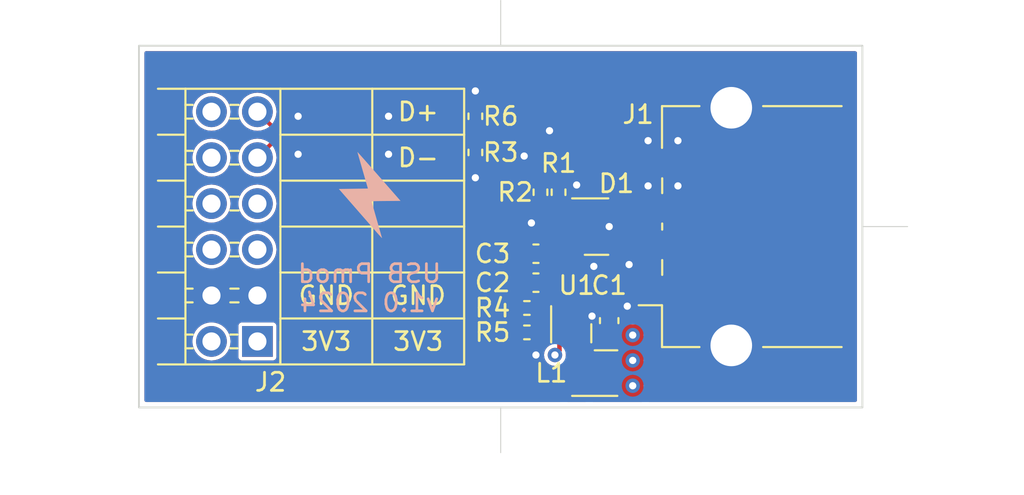
<source format=kicad_pcb>
(kicad_pcb (version 20240108) (generator "pcbnew") (generator_version "8.0")
  (title_block (title "USB Pmod (Host)") (date "2024-03-07") (rev "v1.0") (company "Spark Engineering"))
  (layers (0 "F.Cu" mixed) (1 "In1.Cu" power) (2 "In2.Cu" power) (31 "B.Cu" mixed) (34 "B.Paste" user) (35 "F.Paste" user) (36 "B.SilkS" user "B.Silkscreen") (37 "F.SilkS" user "F.Silkscreen") (38 "B.Mask" user) (39 "F.Mask" user) (44 "Edge.Cuts" user))
  (net 0 "")
  (net 1 "GND")
  (net 2 "+3V3")
  (net 3 "VBUS")
  (net 4 "/CONN_D-")
  (net 5 "/CONN_D+")
  (net 11 "Net-(U1-SW)")
  (net 12 "/USB_D+")
  (net 13 "/USB_D-")
  (net 14 "Net-(U1-FB)")
  (footprint "Capacitor_SMD:C_0603_1608Metric" (layer "F.Cu") (at 141.3 113.9 90)
    (property "Reference" "C1" (at 1.95 0 180) (layer "F.SilkS"))
    (property "Value" "10µF")
    (fp_line (start -0.14058 -0.51) (end 0.14058 -0.51) (stroke (width 0.12)) (layer "F.SilkS"))
    (fp_line (start -0.14058 0.51) (end 0.14058 0.51) (stroke (width 0.12)) (layer "F.SilkS"))
    (pad "1" smd roundrect (at -0.775 0 90) (size 0.9 0.95) (layers "F.Cu" "F.Paste" "F.Mask") (net 2 "+3V3"))
    (pad "2" smd roundrect (at 0.775 0 90) (size 0.9 0.95) (layers "F.Cu" "F.Paste" "F.Mask") (net 1 "GND"))
  )
  (footprint "host-usb-pmod:PinHeader_2x06_P2.54mm_Horizontal" (layer "F.Cu") (at 121.85 115.05 180)
    (property "Reference" "J2" (at -0.725 -2.25 0) (layer "F.SilkS"))
    (property "Value" "Conn_02x06_Odd_Even")
    (fp_line (start 5.5 -1.27) (end 3.98 -1.27) (stroke (width 0.12)) (layer "F.SilkS"))
    (fp_line (start 3.98 13.97) (end 5.5 13.97) (stroke (width 0.12)) (layer "F.SilkS"))
    (fp_line (start 3.98 11.43) (end 5.5 11.43) (stroke (width 0.12)) (layer "F.SilkS"))
    (fp_line (start 3.98 8.89) (end 5.5 8.89) (stroke (width 0.12)) (layer "F.SilkS"))
    (fp_line (start 3.98 6.35) (end 5.5 6.35) (stroke (width 0.12)) (layer "F.SilkS"))
    (fp_line (start 3.98 3.81) (end 5.5 3.81) (stroke (width 0.12)) (layer "F.SilkS"))
    (fp_line (start 3.98 1.27) (end 5.5 1.27) (stroke (width 0.12)) (layer "F.SilkS"))
    (fp_line (start 3.98 -1.27) (end 3.98 13.97) (stroke (width 0.12)) (layer "F.SilkS"))
    (fp_line (start 3.582929 13.08) (end 3.98 13.08) (stroke (width 0.12)) (layer "F.SilkS"))
    (fp_line (start 3.582929 12.32) (end 3.98 12.32) (stroke (width 0.12)) (layer "F.SilkS"))
    (fp_line (start 3.582929 10.54) (end 3.98 10.54) (stroke (width 0.12)) (layer "F.SilkS"))
    (fp_line (start 3.582929 9.78) (end 3.98 9.78) (stroke (width 0.12)) (layer "F.SilkS"))
    (fp_line (start 3.582929 8) (end 3.98 8) (stroke (width 0.12)) (layer "F.SilkS"))
    (fp_line (start 3.582929 7.24) (end 3.98 7.24) (stroke (width 0.12)) (layer "F.SilkS"))
    (fp_line (start 3.582929 5.46) (end 3.98 5.46) (stroke (width 0.12)) (layer "F.SilkS"))
    (fp_line (start 3.582929 4.7) (end 3.98 4.7) (stroke (width 0.12)) (layer "F.SilkS"))
    (fp_line (start 3.582929 2.92) (end 3.98 2.92) (stroke (width 0.12)) (layer "F.SilkS"))
    (fp_line (start 3.582929 2.16) (end 3.98 2.16) (stroke (width 0.12)) (layer "F.SilkS"))
    (fp_line (start 3.582929 0.38) (end 3.98 0.38) (stroke (width 0.12)) (layer "F.SilkS"))
    (fp_line (start 3.582929 -0.38) (end 3.98 -0.38) (stroke (width 0.12)) (layer "F.SilkS"))
    (fp_line (start 1.11 0.38) (end 1.497071 0.38) (stroke (width 0.12)) (layer "F.SilkS"))
    (fp_line (start 1.11 -0.38) (end 1.497071 -0.38) (stroke (width 0.12)) (layer "F.SilkS"))
    (fp_line (start 1.042929 13.08) (end 1.497071 13.08) (stroke (width 0.12)) (layer "F.SilkS"))
    (fp_line (start 1.042929 12.32) (end 1.497071 12.32) (stroke (width 0.12)) (layer "F.SilkS"))
    (fp_line (start 1.042929 10.54) (end 1.497071 10.54) (stroke (width 0.12)) (layer "F.SilkS"))
    (fp_line (start 1.042929 9.78) (end 1.497071 9.78) (stroke (width 0.12)) (layer "F.SilkS"))
    (fp_line (start 1.042929 8) (end 1.497071 8) (stroke (width 0.12)) (layer "F.SilkS"))
    (fp_line (start 1.042929 7.24) (end 1.497071 7.24) (stroke (width 0.12)) (layer "F.SilkS"))
    (fp_line (start 1.042929 5.46) (end 1.497071 5.46) (stroke (width 0.12)) (layer "F.SilkS"))
    (fp_line (start 1.042929 4.7) (end 1.497071 4.7) (stroke (width 0.12)) (layer "F.SilkS"))
    (fp_line (start 1.042929 2.92) (end 1.497071 2.92) (stroke (width 0.12)) (layer "F.SilkS"))
    (fp_line (start 1.042929 2.16) (end 1.497071 2.16) (stroke (width 0.12)) (layer "F.SilkS"))
    (fp_line (start -1.27 0) (end -1.27 -1.27) (stroke (width 0.12)) (layer "F.SilkS"))
    (pad "1" thru_hole rect (at 0 0 180) (size 1.7 1.7) (drill 1) (layers "*.Cu" "*.Mask") (net 2 "+3V3"))
    (pad "2" thru_hole oval (at 2.54 0 180) (size 1.7 1.7) (drill 1) (layers "*.Cu" "*.Mask") (net 2 "+3V3"))
    (pad "3" thru_hole oval (at 0 2.54 180) (size 1.7 1.7) (drill 1) (layers "*.Cu" "*.Mask") (net 1 "GND"))
    (pad "4" thru_hole oval (at 2.54 2.54 180) (size 1.7 1.7) (drill 1) (layers "*.Cu" "*.Mask") (net 1 "GND"))
    (pad "5" thru_hole oval (at 0 5.08 180) (size 1.7 1.7) (drill 1) (layers "*.Cu" "*.Mask"))
    (pad "6" thru_hole oval (at 2.54 5.08 180) (size 1.7 1.7) (drill 1) (layers "*.Cu" "*.Mask"))
    (pad "7" thru_hole oval (at 0 7.62 180) (size 1.7 1.7) (drill 1) (layers "*.Cu" "*.Mask"))
    (pad "8" thru_hole oval (at 2.54 7.62 180) (size 1.7 1.7) (drill 1) (layers "*.Cu" "*.Mask"))
    (pad "9" thru_hole oval (at 0 10.16 180) (size 1.7 1.7) (drill 1) (layers "*.Cu" "*.Mask") (net 13 "/USB_D-"))
    (pad "10" thru_hole oval (at 2.54 10.16 180) (size 1.7 1.7) (drill 1) (layers "*.Cu" "*.Mask"))
    (pad "11" thru_hole oval (at 0 12.7 180) (size 1.7 1.7) (drill 1) (layers "*.Cu" "*.Mask") (net 12 "/USB_D+"))
    (pad "12" thru_hole oval (at 2.54 12.7 180) (size 1.7 1.7) (drill 1) (layers "*.Cu" "*.Mask"))
  )
  (footprint "Resistor_SMD:R_0402_1005Metric" (layer "F.Cu") (at 136.75 113.2 180)
    (property "Reference" "R4" (at 1.9 0 0) (layer "F.SilkS"))
    (property "Value" "1MΩ")
    (fp_line (start -0.153641 0.38) (end 0.153641 0.38) (stroke (width 0.12)) (layer "F.SilkS"))
    (fp_line (start -0.153641 -0.38) (end 0.153641 -0.38) (stroke (width 0.12)) (layer "F.SilkS"))
    (pad "1" smd roundrect (at -0.51 0 180) (size 0.54 0.64) (layers "F.Cu" "F.Paste" "F.Mask") (net 3 "VBUS"))
    (pad "2" smd roundrect (at 0.51 0 180) (size 0.54 0.64) (layers "F.Cu" "F.Paste" "F.Mask") (net 14 "Net-(U1-FB)"))
  )
  (footprint "host-usb-pmod:USB_A_TE_292303-7_Horizontal" (layer "F.Cu") (at 150.75 108.7 90)
    (property "Reference" "J1" (at 6.2 -7.85 180) (layer "F.SilkS"))
    (property "Value" "USB_A")
    (fp_line (start -4.35 -7.82) (end -4.35 -6.53) (stroke (width 0.12)) (layer "F.SilkS"))
    (fp_line (start 6.66 -6.53) (end 6.66 -4.46) (stroke (width 0.12)) (layer "F.SilkS"))
    (fp_line (start 4.35 -6.53) (end 6.66 -6.53) (stroke (width 0.12)) (layer "F.SilkS"))
    (fp_line (start -6.66 -6.53) (end -4.35 -6.53) (stroke (width 0.12)) (layer "F.SilkS"))
    (fp_line (start -6.66 -6.53) (end -6.66 -4.46) (stroke (width 0.12)) (layer "F.SilkS"))
    (fp_line (start 1.85 -6.52) (end 2.67 -6.52) (stroke (width 0.12)) (layer "F.SilkS"))
    (fp_line (start -0.17 -6.52) (end 0.17 -6.52) (stroke (width 0.12)) (layer "F.SilkS"))
    (fp_line (start -2.67 -6.52) (end -1.85 -6.52) (stroke (width 0.12)) (layer "F.SilkS"))
    (fp_line (start 6.66 -0.94) (end 6.66 3.4) (stroke (width 0.12)) (layer "F.SilkS"))
    (fp_line (start -6.66 3.4) (end -6.66 -0.94) (stroke (width 0.12)) (layer "F.SilkS"))
    (pad "1" smd rect (at -3.5 -6.38 90) (size 1.25 3) (layers "F.Cu" "F.Paste" "F.Mask") (net 3 "VBUS"))
    (pad "2" smd rect (at -1 -6.38 90) (size 1.25 3) (layers "F.Cu" "F.Paste" "F.Mask") (net 4 "/CONN_D-"))
    (pad "3" smd rect (at 1 -6.38 90) (size 1.25 3) (layers "F.Cu" "F.Paste" "F.Mask") (net 5 "/CONN_D+"))
    (pad "4" smd rect (at 3.5 -6.38 90) (size 1.25 3) (layers "F.Cu" "F.Paste" "F.Mask") (net 1 "GND"))
    (pad "5" thru_hole circle (at -6.57 -2.7 90) (size 3 3) (drill 2.3) (layers "*.Cu" "*.Mask") (net 1 "GND"))
    (pad "5" thru_hole circle (at 6.57 -2.7 90) (size 3 3) (drill 2.3) (layers "*.Cu" "*.Mask") (net 1 "GND"))
  )
  (footprint "Package_SON:WSON-6-1EP_2x2mm_P0.65mm_EP1x1.6mm" (layer "F.Cu") (at 139.2 114.1 -90)
    (property "Reference" "U1" (at -2.15 -0.3 180) (layer "F.SilkS"))
    (property "Value" "TPS61099DRV")
    (fp_line (start -1 1.11) (end 1 1.11) (stroke (width 0.12)) (layer "F.SilkS"))
    (fp_line (start 0 -1.11) (end 1 -1.11) (stroke (width 0.12)) (layer "F.SilkS"))
    (pad "1" smd roundrect (at -0.8875 -0.65 270) (size 0.375 0.4) (layers "F.Cu" "F.Paste" "F.Mask") (net 1 "GND"))
    (pad "2" smd roundrect (at -0.8875 0 270) (size 0.375 0.4) (layers "F.Cu" "F.Paste" "F.Mask") (net 3 "VBUS"))
    (pad "3" smd roundrect (at -0.8875 0.65 270) (size 0.375 0.4) (layers "F.Cu" "F.Paste" "F.Mask") (net 14 "Net-(U1-FB)"))
    (pad "4" smd roundrect (at 0.8875 0.65 270) (size 0.375 0.4) (layers "F.Cu" "F.Paste" "F.Mask") (net 2 "+3V3"))
    (pad "5" smd roundrect (at 0.8875 0 270) (size 0.375 0.4) (layers "F.Cu" "F.Paste" "F.Mask") (net 11 "Net-(U1-SW)"))
    (pad "6" smd roundrect (at 0.8875 -0.65 270) (size 0.375 0.4) (layers "F.Cu" "F.Paste" "F.Mask") (net 2 "+3V3"))
    (pad "7" smd rect (at 0 0 270) (size 1 1.6) (layers "F.Cu" "F.Mask") (net 1 "GND"))
  )
  (footprint "Resistor_SMD:R_0402_1005Metric" (layer "F.Cu") (at 133.9 102.6 90)
    (property "Reference" "R6" (at 0 1.4 180) (layer "F.SilkS"))
    (property "Value" "15kΩ")
    (fp_line (start -0.153641 -0.38) (end 0.153641 -0.38) (stroke (width 0.12)) (layer "F.SilkS"))
    (fp_line (start -0.153641 0.38) (end 0.153641 0.38) (stroke (width 0.12)) (layer "F.SilkS"))
    (pad "1" smd roundrect (at -0.51 0 90) (size 0.54 0.64) (layers "F.Cu" "F.Paste" "F.Mask") (net 12 "/USB_D+"))
    (pad "2" smd roundrect (at 0.51 0 90) (size 0.54 0.64) (layers "F.Cu" "F.Paste" "F.Mask") (net 1 "GND"))
  )
  (footprint "Inductor_SMD_Wurth:L_Wurth_WE-LQSH-2512" (layer "F.Cu") (at 140.5 116.8)
    (property "Reference" "L1" (at -2.4 0 0) (layer "F.SilkS"))
    (property "Value" "2.2µH")
    (fp_line (start -1.25 1.26) (end 1.25 1.26) (stroke (width 0.12)) (layer "F.SilkS"))
    (fp_line (start 0 -1.26) (end 1.25 -1.26) (stroke (width 0.12)) (layer "F.SilkS"))
    (pad "1" smd rect (at -0.875 0) (size 0.95 2) (layers "F.Cu" "F.Paste" "F.Mask") (net 11 "Net-(U1-SW)"))
    (pad "2" smd rect (at 0.875 0) (size 0.95 2) (layers "F.Cu" "F.Paste" "F.Mask") (net 2 "+3V3"))
  )
  (footprint "Package_TO_SOT_SMD:SOT-143" (layer "F.Cu") (at 140.6 108.7)
    (property "Reference" "D1" (at 1.1 -2.38 0) (layer "F.SilkS"))
    (property "Value" "SP0503BAHT")
    (fp_line (start -0.65 1.56) (end 0.65 1.56) (stroke (width 0.12)) (layer "F.SilkS"))
    (fp_line (start 0.65 -1.56) (end -1.35 -1.56) (stroke (width 0.12)) (layer "F.SilkS"))
    (pad "1" smd rect (at -1 -0.75) (size 0.7 1) (layers "F.Cu" "F.Paste" "F.Mask") (net 1 "GND"))
    (pad "2" smd rect (at -1 0.95) (size 0.7 0.6) (layers "F.Cu" "F.Paste" "F.Mask") (net 3 "VBUS"))
    (pad "3" smd rect (at 1 0.95) (size 0.7 0.6) (layers "F.Cu" "F.Paste" "F.Mask") (net 4 "/CONN_D-"))
    (pad "4" smd rect (at 1 -0.95) (size 0.7 0.6) (layers "F.Cu" "F.Paste" "F.Mask") (net 5 "/CONN_D+"))
  )
  (footprint "Resistor_SMD:R_0402_1005Metric" (layer "F.Cu") (at 133.9 104.6 -90)
    (property "Reference" "R3" (at 0 -1.4 180) (layer "F.SilkS"))
    (property "Value" "15kΩ")
    (fp_line (start -0.153641 0.38) (end 0.153641 0.38) (stroke (width 0.12)) (layer "F.SilkS"))
    (fp_line (start -0.153641 -0.38) (end 0.153641 -0.38) (stroke (width 0.12)) (layer "F.SilkS"))
    (pad "1" smd roundrect (at -0.51 0 270) (size 0.54 0.64) (layers "F.Cu" "F.Paste" "F.Mask") (net 13 "/USB_D-"))
    (pad "2" smd roundrect (at 0.51 0 270) (size 0.54 0.64) (layers "F.Cu" "F.Paste" "F.Mask") (net 1 "GND"))
  )
  (footprint "Capacitor_SMD:C_0603_1608Metric" (layer "F.Cu") (at 137.25 110.2 180)
    (property "Reference" "C3" (at 2.4 0 180) (layer "F.SilkS"))
    (property "Value" "10µF")
    (fp_line (start -0.14058 0.51) (end 0.14058 0.51) (stroke (width 0.12)) (layer "F.SilkS"))
    (fp_line (start -0.14058 -0.51) (end 0.14058 -0.51) (stroke (width 0.12)) (layer "F.SilkS"))
    (pad "1" smd roundrect (at -0.775 0 180) (size 0.9 0.95) (layers "F.Cu" "F.Paste" "F.Mask") (net 3 "VBUS"))
    (pad "2" smd roundrect (at 0.775 0 180) (size 0.9 0.95) (layers "F.Cu" "F.Paste" "F.Mask") (net 1 "GND"))
  )
  (footprint "Resistor_SMD:R_0402_1005Metric" (layer "F.Cu") (at 136.75 114.55)
    (property "Reference" "R5" (at -1.9 0 0) (layer "F.SilkS"))
    (property "Value" "249kΩ")
    (fp_line (start -0.153641 -0.38) (end 0.153641 -0.38) (stroke (width 0.12)) (layer "F.SilkS"))
    (fp_line (start -0.153641 0.38) (end 0.153641 0.38) (stroke (width 0.12)) (layer "F.SilkS"))
    (pad "1" smd roundrect (at -0.51 0) (size 0.54 0.64) (layers "F.Cu" "F.Paste" "F.Mask") (net 14 "Net-(U1-FB)"))
    (pad "2" smd roundrect (at 0.51 0) (size 0.54 0.64) (layers "F.Cu" "F.Paste" "F.Mask") (net 1 "GND"))
  )
  (footprint "Resistor_SMD:R_0402_1005Metric" (layer "F.Cu") (at 138.5 106.8 90)
    (property "Reference" "R1" (at 1.6 0 180) (layer "F.SilkS"))
    (property "Value" "22Ω")
    (fp_line (start -0.153641 -0.38) (end 0.153641 -0.38) (stroke (width 0.12)) (layer "F.SilkS"))
    (fp_line (start -0.153641 0.38) (end 0.153641 0.38) (stroke (width 0.12)) (layer "F.SilkS"))
    (pad "1" smd roundrect (at -0.51 0 90) (size 0.54 0.64) (layers "F.Cu" "F.Paste" "F.Mask") (net 5 "/CONN_D+"))
    (pad "2" smd roundrect (at 0.51 0 90) (size 0.54 0.64) (layers "F.Cu" "F.Paste" "F.Mask") (net 12 "/USB_D+"))
  )
  (footprint "Resistor_SMD:R_0402_1005Metric" (layer "F.Cu") (at 137.5 106.8 -90)
    (property "Reference" "R2" (at 0 1.4 180) (layer "F.SilkS"))
    (property "Value" "22Ω")
    (fp_line (start -0.153641 0.38) (end 0.153641 0.38) (stroke (width 0.12)) (layer "F.SilkS"))
    (fp_line (start -0.153641 -0.38) (end 0.153641 -0.38) (stroke (width 0.12)) (layer "F.SilkS"))
    (pad "1" smd roundrect (at -0.51 0 270) (size 0.54 0.64) (layers "F.Cu" "F.Paste" "F.Mask") (net 13 "/USB_D-"))
    (pad "2" smd roundrect (at 0.51 0 270) (size 0.54 0.64) (layers "F.Cu" "F.Paste" "F.Mask") (net 4 "/CONN_D-"))
  )
  (footprint "Capacitor_SMD:C_0603_1608Metric" (layer "F.Cu") (at 137.25 111.8 180)
    (property "Reference" "C2" (at 2.4 0 180) (layer "F.SilkS"))
    (property "Value" "10µF")
    (fp_line (start -0.14058 0.51) (end 0.14058 0.51) (stroke (width 0.12)) (layer "F.SilkS"))
    (fp_line (start -0.14058 -0.51) (end 0.14058 -0.51) (stroke (width 0.12)) (layer "F.SilkS"))
    (pad "1" smd roundrect (at -0.775 0 180) (size 0.9 0.95) (layers "F.Cu" "F.Paste" "F.Mask") (net 3 "VBUS"))
    (pad "2" smd roundrect (at 0.775 0 180) (size 0.9 0.95) (layers "F.Cu" "F.Paste" "F.Mask") (net 1 "GND"))
  )
  (footprint "host-usb-pmod:spark-engineering" (layer "B.Cu") (at 128.2 106.95 180)
    (property "Reference" "REF**" (hide yes))
    (property "Value" "spark-engineering")
    (fp_poly (pts (xy 0.821053 2.376731) (xy 0.814365 2.349762) (xy 0.795466 2.280816) (xy 0.765758 2.174827) (xy 0.726642 2.03673) (xy 0.679517 1.871459) (xy 0.625784 1.683948) (xy 0.566845 1.479132) (xy 0.531153 1.355481) (xy 0.241787 0.354135) (xy 1.045048 0.341923) (xy 1.848309 0.329712) (xy 0.697824 -0.989135) (xy 0.467856 -1.252739) (xy 0.267929 -1.481836) (xy 0.095978 -1.678734) (xy -0.050059 -1.845741) (xy -0.172247 -1.985164) (xy -0.272648 -2.099311) (xy -0.353326 -2.190489) (xy -0.416345 -2.261006) (xy -0.463768 -2.313171) (xy -0.497658 -2.349289) (xy -0.520079 -2.371671) (xy -0.533094 -2.382622) (xy -0.538767 -2.384451) (xy -0.53916 -2.379465) (xy -0.536338 -2.369973) (xy -0.536019 -2.369038) (xy -0.526783 -2.338202) (xy -0.505707 -2.265571) (xy -0.474277 -2.156342) (xy -0.433983 -2.015711) (xy -0.386313 -1.848877) (xy -0.332755 -1.661037) (xy -0.274797 -1.457386) (xy -0.252773 -1.379904) (xy -0.193539 -1.171499) (xy -0.138165 -0.976765) (xy -0.08814 -0.800939) (xy -0.044958 -0.649257) (xy -0.010109 -0.526959) (xy 0.014917 -0.43928) (xy 0.028627 -0.391458) (xy 0.030509 -0.384995) (xy 0.031261 -0.373388) (xy 0.022687 -0.36403) (xy 0 -0.356624) (xy -0.04159 -0.350875) (xy -0.106869 -0.346487) (xy -0.200628 -0.343165) (xy -0.327654 -0.340613) (xy -0.492737 -0.338535) (xy -0.700663 -0.336636) (xy -0.760706 -0.336148) (xy -1.564542 -0.329712) (xy -0.371477 1.033462) (xy -0.178928 1.253213) (xy 0.003979 1.461467) (xy 0.174752 1.655419) (xy 0.330898 1.83226) (xy 0.469926 1.989183) (xy 0.589342 2.123382) (xy 0.686655 2.232048) (xy 0.759372 2.312374) (xy 0.805001 2.361554) (xy 0.82105 2.376779)) (fill solid) (layer "B.SilkS"))
  )
  (gr_line (start 133.28 116.32) (end 133.28 101.08) (stroke (width 0.12)) (layer "F.SilkS"))
  (gr_line (start 117.87 101.08) (end 133.28 101.08) (stroke (width 0.12)) (layer "F.SilkS"))
  (gr_line (start 123.12 111.24) (end 133.28 111.24) (stroke (width 0.12)) (layer "F.SilkS"))
  (gr_line (start 123.12 101.08) (end 123.12 116.32) (stroke (width 0.12)) (layer "F.SilkS"))
  (gr_line (start 117.87 116.32) (end 133.28 116.32) (stroke (width 0.12)) (layer "F.SilkS"))
  (gr_line (start 123.12 106.16) (end 133.28 106.16) (stroke (width 0.12)) (layer "F.SilkS"))
  (gr_line (start 123.12 108.7) (end 133.28 108.7) (stroke (width 0.12)) (layer "F.SilkS"))
  (gr_line (start 123.12 113.78) (end 133.28 113.78) (stroke (width 0.12)) (layer "F.SilkS"))
  (gr_line (start 128.2 101.08) (end 128.2 116.32) (stroke (width 0.12)) (layer "F.SilkS"))
  (gr_line (start 123.12 103.62) (end 133.28 103.62) (stroke (width 0.12)) (layer "F.SilkS"))
  (gr_rect (start 115.3 98.7) (end 155.3 118.7) (stroke (width 0.1)) (fill none) (layer "Edge.Cuts"))
  (gr_line (start 135.3 118.7) (end 135.3 121.2) (stroke (width 0.05588)) (layer "Edge.Cuts"))
  (gr_line (start 135.3 96.2) (end 135.3 98.7) (stroke (width 0.05588)) (layer "Edge.Cuts"))
  (gr_line (start 157.8 108.7) (end 155.3 108.7) (stroke (width 0.05588)) (layer "Edge.Cuts"))
  (gr_text "USB Pmod\nv1.0 2024" (at 128.05 112.1 0) (layer "B.SilkS") (effects (font (size 1 1)) (justify mirror)))
  (gr_text "D-" (at 130.74 104.89 0) (layer "F.SilkS") (effects (font (size 1 1))))
  (gr_text "GND" (at 125.66 112.51 0) (layer "F.SilkS") (effects (font (size 1 1))))
  (gr_text "3V3" (at 130.74 115.05 0) (layer "F.SilkS") (effects (font (size 1 1))))
  (gr_text "D+" (at 130.74 102.35 0) (layer "F.SilkS") (effects (font (size 1 1))))
  (gr_text "GND" (at 130.74 112.51 0) (layer "F.SilkS") (effects (font (size 1 1))))
  (gr_text "3V3" (at 125.66 115.05 0) (layer "F.SilkS") (effects (font (size 1 1))))
  (via (at 124.1 102.6) (size 0.8) (drill 0.4) (layers "F.Cu" "B.Cu") (net 1))
  (via (at 136.6 104.8) (size 0.8) (drill 0.4) (layers "F.Cu" "B.Cu") (net 1))
  (via (at 145.1 106.45) (size 0.8) (drill 0.4) (layers "F.Cu" "B.Cu") (net 1))
  (via (at 145.1 103.95) (size 0.8) (drill 0.4) (layers "F.Cu" "B.Cu") (net 1))
  (via (at 133.9 101.2) (size 0.8) (drill 0.4) (layers "F.Cu" "B.Cu") (net 1))
  (via (at 141.3 108.7) (size 0.8) (drill 0.4) (layers "F.Cu" "B.Cu") (net 1))
  (via (at 143.45 106.45) (size 0.8) (drill 0.4) (layers "F.Cu" "B.Cu") (net 1))
  (via (at 133.9 106) (size 0.8) (drill 0.4) (layers "F.Cu" "B.Cu") (net 1))
  (via (at 129.1 102.6) (size 0.8) (drill 0.4) (layers "F.Cu" "B.Cu") (net 1))
  (via (at 138 103.4) (size 0.8) (drill 0.4) (layers "F.Cu" "B.Cu") (net 1))
  (via (at 137.25 115.8) (size 0.8) (drill 0.4) (layers "F.Cu" "B.Cu") (net 1))
  (via (at 139.5 106.4) (size 0.8) (drill 0.4) (layers "F.Cu" "B.Cu") (net 1))
  (via (at 129.1 104.7) (size 0.8) (drill 0.4) (layers "F.Cu" "B.Cu") (net 1))
  (via (at 140.35 113.65) (size 0.8) (drill 0.4) (layers "F.Cu" "B.Cu") (net 1))
  (via (at 143.45 103.95) (size 0.8) (drill 0.4) (layers "F.Cu" "B.Cu") (net 1))
  (via (at 140.45 110.9) (size 0.8) (drill 0.4) (layers "F.Cu" "B.Cu") (net 1))
  (via (at 142.4 110.8) (size 0.8) (drill 0.4) (layers "F.Cu" "B.Cu") (net 1))
  (via (at 124.1 104.7) (size 0.8) (drill 0.4) (layers "F.Cu" "B.Cu") (net 1))
  (via (at 137 108.5) (size 0.8) (drill 0.4) (layers "F.Cu" "B.Cu") (net 1))
  (via (at 142.3 113.1) (size 0.8) (drill 0.4) (layers "F.Cu" "B.Cu") (net 1))
  (segment (start 138.55 114.9875) (end 138.55 115.55) (width 0.25) (layer "F.Cu") (net 2))
  (segment (start 138.55 115.55) (end 138.3 115.8) (width 0.25) (layer "F.Cu") (net 2))
  (via (at 142.6 116.1) (size 0.8) (drill 0.4) (layers "F.Cu" "B.Cu") (net 2))
  (via (at 142.6 114.7) (size 0.8) (drill 0.4) (layers "F.Cu" "B.Cu") (net 2))
  (via (at 138.3 115.8) (size 0.8) (drill 0.4) (layers "F.Cu" "B.Cu") (net 2))
  (via (at 142.6 117.5) (size 0.8) (drill 0.4) (layers "F.Cu" "B.Cu") (net 2))
  (segment (start 139.6 109.65) (end 140.15 109.65) (width 0.25) (layer "F.Cu") (net 3))
  (segment (start 142.7 112.2) (end 144.37 112.2) (width 0.25) (layer "F.Cu") (net 3))
  (segment (start 140.15 109.65) (end 142.7 112.2) (width 0.25) (layer "F.Cu") (net 3))
  (segment (start 140.497459 109.0975) (end 138.518192 109.0975) (width 0.23) (layer "F.Cu") (net 4))
  (segment (start 142.6925 108.8975) (end 142.4025 108.8975) (width 0.23) (layer "F.Cu") (net 4))
  (segment (start 142.4025 108.8975) (end 141.65 109.65) (width 0.23) (layer "F.Cu") (net 4))
  (segment (start 141.65 109.65) (end 141.6 109.65) (width 0.23) (layer "F.Cu") (net 4))
  (segment (start 143.495 109.7) (end 142.6925 108.8975) (width 0.23) (layer "F.Cu") (net 4))
  (segment (start 137.8025 108.381808) (end 137.8025 107.6625) (width 0.23) (layer "F.Cu") (net 4))
  (segment (start 140.509979 109.08498) (end 140.497459 109.0975) (width 0.23) (layer "F.Cu") (net 4))
  (segment (start 138.518192 109.0975) (end 137.8025 108.381808) (width 0.23) (layer "F.Cu") (net 4))
  (segment (start 137.5 107.36) (end 137.5 107.31) (width 0.23) (layer "F.Cu") (net 4))
  (segment (start 137.8025 107.6625) (end 137.5 107.36) (width 0.23) (layer "F.Cu") (net 4))
  (segment (start 144.37 109.7) (end 143.495 109.7) (width 0.23) (layer "F.Cu") (net 4))
  (segment (start 141.074999 109.65) (end 140.509979 109.08498) (width 0.23) (layer "F.Cu") (net 4))
  (segment (start 141.6 109.65) (end 141.074999 109.65) (width 0.23) (layer "F.Cu") (net 4))
  (segment (start 141.074999 107.75) (end 140.122499 108.7025) (width 0.23) (layer "F.Cu") (net 5))
  (segment (start 142.4025 108.5025) (end 141.65 107.75) (width 0.23) (layer "F.Cu") (net 5))
  (segment (start 138.681808 108.7025) (end 138.1975 108.218192) (width 0.23) (layer "F.Cu") (net 5))
  (segment (start 138.5 107.36) (end 138.5 107.31) (width 0.23) (layer "F.Cu") (net 5))
  (segment (start 140.122499 108.7025) (end 138.681808 108.7025) (width 0.23) (layer "F.Cu") (net 5))
  (segment (start 143.495 107.7) (end 142.6925 108.5025) (width 0.23) (layer "F.Cu") (net 5))
  (segment (start 138.1975 107.6625) (end 138.5 107.36) (width 0.23) (layer "F.Cu") (net 5))
  (segment (start 144.37 107.7) (end 143.495 107.7) (width 0.23) (layer "F.Cu") (net 5))
  (segment (start 142.6925 108.5025) (end 142.4025 108.5025) (width 0.23) (layer "F.Cu") (net 5))
  (segment (start 141.65 107.75) (end 141.6 107.75) (width 0.23) (layer "F.Cu") (net 5))
  (segment (start 141.6 107.75) (end 141.074999 107.75) (width 0.23) (layer "F.Cu") (net 5))
  (segment (start 138.1975 108.218192) (end 138.1975 107.6625) (width 0.23) (layer "F.Cu") (net 5))
  (segment (start 134.380001 103.11) (end 133.9 103.11) (width 0.23) (layer "F.Cu") (net 12))
  (segment (start 133.9 103.11) (end 133.419999 103.11) (width 0.23) (layer "F.Cu") (net 12))
  (segment (start 122.922499 103.422499) (end 121.85 102.35) (width 0.23) (layer "F.Cu") (net 12))
  (segment (start 133.419999 103.11) (end 133.1075 103.422499) (width 0.23) (layer "F.Cu") (net 12))
  (segment (start 136.881808 103.4025) (end 134.672501 103.4025) (width 0.23) (layer "F.Cu") (net 12))
  (segment (start 134.672501 103.4025) (end 134.380001 103.11) (width 0.23) (layer "F.Cu") (net 12))
  (segment (start 138.5 105.809999) (end 138.1975 105.507499) (width 0.23) (layer "F.Cu") (net 12))
  (segment (start 133.1075 103.422499) (end 122.922499 103.422499) (width 0.23) (layer "F.Cu") (net 12))
  (segment (start 138.1975 105.507499) (end 138.1975 104.718192) (width 0.23) (layer "F.Cu") (net 12))
  (segment (start 138.1975 104.718192) (end 136.881808 103.4025) (width 0.23) (layer "F.Cu") (net 12))
  (segment (start 138.5 106.29) (end 138.5 105.809999) (width 0.23) (layer "F.Cu") (net 12))
  (segment (start 137.8025 104.881808) (end 136.718192 103.7975) (width 0.23) (layer "F.Cu") (net 13))
  (segment (start 133.419999 104.09) (end 133.1475 103.817501) (width 0.23) (layer "F.Cu") (net 13))
  (segment (start 136.718192 103.7975) (end 134.672501 103.7975) (width 0.23) (layer "F.Cu") (net 13))
  (segment (start 134.672501 103.7975) (end 134.380001 104.09) (width 0.23) (layer "F.Cu") (net 13))
  (segment (start 137.8025 105.507499) (end 137.8025 104.881808) (width 0.23) (layer "F.Cu") (net 13))
  (segment (start 137.5 106.29) (end 137.5 105.809999) (width 0.23) (layer "F.Cu") (net 13))
  (segment (start 134.380001 104.09) (end 133.9 104.09) (width 0.23) (layer "F.Cu") (net 13))
  (segment (start 122.922499 103.817501) (end 121.85 104.89) (width 0.23) (layer "F.Cu") (net 13))
  (segment (start 133.9 104.09) (end 133.419999 104.09) (width 0.23) (layer "F.Cu") (net 13))
  (segment (start 137.5 105.809999) (end 137.8025 105.507499) (width 0.23) (layer "F.Cu") (net 13))
  (segment (start 133.1475 103.817501) (end 122.922499 103.817501) (width 0.23) (layer "F.Cu") (net 13))
  (segment (start 136.94 113.9) (end 136.89 113.9) (width 0.125) (layer "F.Cu") (net 14))
  (segment (start 138.1875 113.2125) (end 138.55 113.2125) (width 0.125) (layer "F.Cu") (net 14))
  (segment (start 136.89 113.9) (end 136.24 114.55) (width 0.125) (layer "F.Cu") (net 14))
  (segment (start 136.89 113.9) (end 136.24 113.25) (width 0.125) (layer "F.Cu") (net 14))
  (segment (start 136.24 113.25) (end 136.24 113.2) (width 0.125) (layer "F.Cu") (net 14))
  (segment (start 137.5 113.9) (end 138.1875 113.2125) (width 0.125) (layer "F.Cu") (net 14))
  (segment (start 136.94 113.9) (end 137.5 113.9) (width 0.125) (layer "F.Cu") (net 14))
  (zone (net 3) (net_name "VBUS") (layer "F.Cu") (priority 2) (connect_pads yes (clearance 0.2)) (min_thickness 0.2) (fill yes (thermal_gap 0.5) (thermal_bridge_width 0.5))
    (polygon (pts (xy 139.9 113.6) (xy 139.9 109.4) (xy 137.1 109.4) (xy 137.1 113.6)))
  )
  (zone (net 11) (net_name "Net-(U1-SW)") (layer "F.Cu") (priority 4) (connect_pads yes (clearance 0.2)) (min_thickness 0.2) (fill yes (thermal_gap 0.5) (thermal_bridge_width 0.5))
    (polygon (pts (xy 139.5 114.7) (xy 138.9 114.7) (xy 138.9 118.7) (xy 140.1 118.7) (xy 140.1 115.7) (xy 139.5 115.7)))
  )
  (zone (net 2) (net_name "+3V3") (layer "F.Cu") (priority 3) (connect_pads yes (clearance 0.2)) (min_thickness 0.2) (fill yes (thermal_gap 0.5) (thermal_bridge_width 0.5))
    (polygon (pts (xy 139.5 115.7) (xy 140.1 115.7) (xy 140.1 118.7) (xy 143.2 118.7) (xy 143.2 114.1) (xy 139.5 114.1)))
  )
  (zone (net 1) (net_name "GND") (layers "F.Cu" "In1.Cu" "B.Cu") (connect_pads yes (clearance 0.2)) (min_thickness 0.2) (fill yes (thermal_gap 0.5) (thermal_bridge_width 0.5))
    (polygon (pts (xy 115.3 98.7) (xy 155.3 98.7) (xy 155.3 118.7) (xy 115.3 118.7)))
  )
)
</source>
